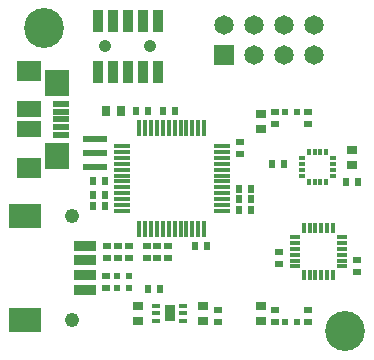
<source format=gts>
%FSLAX24Y24*%
%MOIN*%
G70*
G01*
G75*
G04 Layer_Color=8388736*
%ADD10R,0.0710X0.0300*%
%ADD11R,0.1024X0.0787*%
%ADD12R,0.0532X0.0157*%
%ADD13R,0.0748X0.0630*%
%ADD14R,0.0748X0.0472*%
%ADD15R,0.0787X0.0827*%
%ADD16R,0.0150X0.0200*%
%ADD17R,0.0291X0.0728*%
%ADD18R,0.0787X0.0157*%
%ADD19R,0.0118X0.0472*%
%ADD20R,0.0472X0.0118*%
%ADD21R,0.0236X0.0098*%
%ADD22R,0.0295X0.0472*%
%ADD23R,0.0200X0.0150*%
%ADD24R,0.0300X0.0250*%
%ADD25R,0.0335X0.0138*%
%ADD26R,0.0138X0.0315*%
%ADD27R,0.0250X0.0300*%
%ADD28R,0.0118X0.0165*%
%ADD29R,0.0165X0.0118*%
%ADD30C,0.0100*%
%ADD31C,0.0120*%
%ADD32C,0.0050*%
%ADD33C,0.0060*%
%ADD34C,0.0140*%
%ADD35C,0.0080*%
%ADD36C,0.0098*%
%ADD37C,0.0160*%
%ADD38C,0.0433*%
%ADD39C,0.0591*%
%ADD40R,0.0591X0.0591*%
%ADD41C,0.0354*%
%ADD42C,0.1250*%
%ADD43C,0.0180*%
%ADD44C,0.0200*%
%ADD45C,0.0300*%
%ADD46R,0.1120X0.1120*%
%ADD47C,0.0787*%
%ADD48C,0.0059*%
%ADD49R,0.0760X0.0350*%
%ADD50R,0.1074X0.0837*%
%ADD51R,0.0582X0.0207*%
%ADD52R,0.0798X0.0680*%
%ADD53R,0.0798X0.0522*%
%ADD54R,0.0837X0.0877*%
%ADD55R,0.0200X0.0250*%
%ADD56R,0.0341X0.0778*%
%ADD57R,0.0837X0.0207*%
%ADD58R,0.0168X0.0522*%
%ADD59R,0.0522X0.0168*%
%ADD60R,0.0286X0.0148*%
%ADD61R,0.0345X0.0522*%
%ADD62R,0.0190X0.0240*%
%ADD63R,0.0250X0.0200*%
%ADD64R,0.0350X0.0300*%
%ADD65R,0.0375X0.0178*%
%ADD66R,0.0178X0.0355*%
%ADD67R,0.0300X0.0350*%
%ADD68R,0.0158X0.0206*%
%ADD69R,0.0206X0.0158*%
%ADD70C,0.0483*%
%ADD71C,0.0651*%
%ADD72R,0.0651X0.0651*%
%ADD73C,0.0414*%
%ADD74C,0.1330*%
D49*
X22630Y42582D02*
D03*
Y43074D02*
D03*
Y43566D02*
D03*
Y44058D02*
D03*
D50*
X20630Y41580D02*
D03*
Y45060D02*
D03*
D51*
X21830Y48782D02*
D03*
Y48526D02*
D03*
Y48270D02*
D03*
Y48014D02*
D03*
Y47758D02*
D03*
D52*
X20777Y46656D02*
D03*
Y49884D02*
D03*
D53*
Y48605D02*
D03*
Y47935D02*
D03*
D54*
X21702Y49490D02*
D03*
Y47050D02*
D03*
D55*
X29260Y46790D02*
D03*
X28860D02*
D03*
X24720Y42630D02*
D03*
X25120D02*
D03*
X26700Y44050D02*
D03*
X26300D02*
D03*
X24340Y48550D02*
D03*
X24740D02*
D03*
X23300Y45370D02*
D03*
X22900D02*
D03*
X23300Y45760D02*
D03*
X22900D02*
D03*
X31320Y46190D02*
D03*
X31720D02*
D03*
X23300Y46210D02*
D03*
X22900D02*
D03*
X25220Y48550D02*
D03*
X25620D02*
D03*
X28170Y45260D02*
D03*
X27770D02*
D03*
X28170Y45610D02*
D03*
X27770D02*
D03*
X28170Y45960D02*
D03*
X27770D02*
D03*
D56*
X23050Y49863D02*
D03*
Y51537D02*
D03*
X23550Y49863D02*
D03*
Y51537D02*
D03*
X24050Y49863D02*
D03*
Y51537D02*
D03*
X24550Y49863D02*
D03*
X25050D02*
D03*
X24550Y51537D02*
D03*
X25050D02*
D03*
D57*
X22950Y47622D02*
D03*
X22950Y47150D02*
D03*
X22950Y46678D02*
D03*
D58*
X24437Y47973D02*
D03*
X24634D02*
D03*
X24831D02*
D03*
X25028D02*
D03*
X25225D02*
D03*
X25422D02*
D03*
X25618D02*
D03*
X25815D02*
D03*
X26012D02*
D03*
X26209D02*
D03*
X26406D02*
D03*
X26603D02*
D03*
X24437Y44627D02*
D03*
X24634D02*
D03*
X24831D02*
D03*
X25028D02*
D03*
X25225D02*
D03*
X25422D02*
D03*
X25618D02*
D03*
X25815D02*
D03*
X26012D02*
D03*
X26209D02*
D03*
X26406D02*
D03*
X26603D02*
D03*
D59*
X23847Y47383D02*
D03*
Y47186D02*
D03*
Y46989D02*
D03*
Y46792D02*
D03*
Y46595D02*
D03*
Y46398D02*
D03*
Y46202D02*
D03*
Y46005D02*
D03*
Y45808D02*
D03*
Y45611D02*
D03*
Y45414D02*
D03*
Y45217D02*
D03*
X27193Y45217D02*
D03*
Y45414D02*
D03*
Y45611D02*
D03*
Y45808D02*
D03*
Y46005D02*
D03*
Y46202D02*
D03*
Y46398D02*
D03*
Y46595D02*
D03*
Y46792D02*
D03*
Y46989D02*
D03*
Y47186D02*
D03*
Y47383D02*
D03*
D60*
X25903Y41544D02*
D03*
Y41800D02*
D03*
Y42056D02*
D03*
X24997D02*
D03*
Y41800D02*
D03*
Y41544D02*
D03*
D61*
X25450Y41800D02*
D03*
D62*
X23710Y42640D02*
D03*
X24110D02*
D03*
X23710Y43040D02*
D03*
X24110D02*
D03*
X29700Y41500D02*
D03*
X29300D02*
D03*
X29700Y48500D02*
D03*
X29300D02*
D03*
D63*
X27050Y41500D02*
D03*
Y41900D02*
D03*
X23320Y42640D02*
D03*
Y43040D02*
D03*
X24090Y44050D02*
D03*
Y43650D02*
D03*
X23730Y44050D02*
D03*
Y43650D02*
D03*
X28950Y41500D02*
D03*
Y41900D02*
D03*
X30050Y41500D02*
D03*
Y41900D02*
D03*
X31710Y43570D02*
D03*
Y43170D02*
D03*
X27800Y47500D02*
D03*
Y47100D02*
D03*
X24680Y43650D02*
D03*
Y44050D02*
D03*
X29110Y43860D02*
D03*
Y43460D02*
D03*
X25030Y43650D02*
D03*
Y44050D02*
D03*
X25380Y43650D02*
D03*
Y44050D02*
D03*
X28950Y48500D02*
D03*
Y48100D02*
D03*
X30050Y48500D02*
D03*
Y48100D02*
D03*
X23370Y44050D02*
D03*
Y43650D02*
D03*
D64*
X26550Y41550D02*
D03*
Y42050D02*
D03*
X24400Y41550D02*
D03*
Y42050D02*
D03*
X28500Y41550D02*
D03*
Y42050D02*
D03*
X28500Y48450D02*
D03*
Y47950D02*
D03*
X31530Y46740D02*
D03*
Y47240D02*
D03*
D65*
X29632Y43368D02*
D03*
Y43565D02*
D03*
Y43762D02*
D03*
Y43958D02*
D03*
Y44155D02*
D03*
Y44352D02*
D03*
X31188Y43368D02*
D03*
Y43565D02*
D03*
Y43762D02*
D03*
Y43958D02*
D03*
Y44155D02*
D03*
Y44352D02*
D03*
D66*
X29918Y43073D02*
D03*
X30115D02*
D03*
X30312D02*
D03*
X30508D02*
D03*
X30705D02*
D03*
X30902D02*
D03*
Y44647D02*
D03*
X30705D02*
D03*
X30508D02*
D03*
X30312D02*
D03*
X30115D02*
D03*
X29918D02*
D03*
D67*
X23830Y48550D02*
D03*
X23330D02*
D03*
D68*
X30282Y47192D02*
D03*
X30478D02*
D03*
X30675Y47190D02*
D03*
X30478Y46188D02*
D03*
X30282D02*
D03*
X30085Y46188D02*
D03*
X30675Y46188D02*
D03*
X30085Y47192D02*
D03*
D69*
X30882Y46788D02*
D03*
Y46592D02*
D03*
Y46395D02*
D03*
X29878Y46592D02*
D03*
Y46788D02*
D03*
Y46985D02*
D03*
Y46395D02*
D03*
X30882Y46985D02*
D03*
D70*
X22197Y41598D02*
D03*
Y45042D02*
D03*
D71*
X29250Y51400D02*
D03*
Y50400D02*
D03*
X28250Y51400D02*
D03*
Y50400D02*
D03*
X27250Y51400D02*
D03*
X30250Y50400D02*
D03*
Y51400D02*
D03*
D72*
X27250Y50400D02*
D03*
D73*
X23300Y50700D02*
D03*
X24800D02*
D03*
D74*
X21250Y51300D02*
D03*
X31300Y41200D02*
D03*
M02*

</source>
